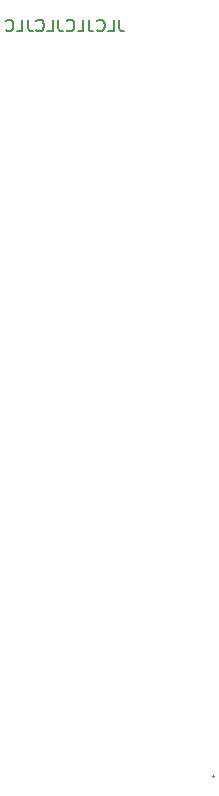
<source format=gbr>
%TF.GenerationSoftware,KiCad,Pcbnew,7.0.8*%
%TF.CreationDate,2024-09-13T08:40:35+02:00*%
%TF.ProjectId,Servotester,53657276-6f74-4657-9374-65722e6b6963,rev?*%
%TF.SameCoordinates,Original*%
%TF.FileFunction,Legend,Bot*%
%TF.FilePolarity,Positive*%
%FSLAX46Y46*%
G04 Gerber Fmt 4.6, Leading zero omitted, Abs format (unit mm)*
G04 Created by KiCad (PCBNEW 7.0.8) date 2024-09-13 08:40:35*
%MOMM*%
%LPD*%
G01*
G04 APERTURE LIST*
%ADD10C,0.150000*%
%ADD11C,0.010000*%
G04 APERTURE END LIST*
D10*
X38777506Y-82169819D02*
X38777506Y-82884104D01*
X38777506Y-82884104D02*
X38825125Y-83026961D01*
X38825125Y-83026961D02*
X38920363Y-83122200D01*
X38920363Y-83122200D02*
X39063220Y-83169819D01*
X39063220Y-83169819D02*
X39158458Y-83169819D01*
X37825125Y-83169819D02*
X38301315Y-83169819D01*
X38301315Y-83169819D02*
X38301315Y-82169819D01*
X36920363Y-83074580D02*
X36967982Y-83122200D01*
X36967982Y-83122200D02*
X37110839Y-83169819D01*
X37110839Y-83169819D02*
X37206077Y-83169819D01*
X37206077Y-83169819D02*
X37348934Y-83122200D01*
X37348934Y-83122200D02*
X37444172Y-83026961D01*
X37444172Y-83026961D02*
X37491791Y-82931723D01*
X37491791Y-82931723D02*
X37539410Y-82741247D01*
X37539410Y-82741247D02*
X37539410Y-82598390D01*
X37539410Y-82598390D02*
X37491791Y-82407914D01*
X37491791Y-82407914D02*
X37444172Y-82312676D01*
X37444172Y-82312676D02*
X37348934Y-82217438D01*
X37348934Y-82217438D02*
X37206077Y-82169819D01*
X37206077Y-82169819D02*
X37110839Y-82169819D01*
X37110839Y-82169819D02*
X36967982Y-82217438D01*
X36967982Y-82217438D02*
X36920363Y-82265057D01*
X36206077Y-82169819D02*
X36206077Y-82884104D01*
X36206077Y-82884104D02*
X36253696Y-83026961D01*
X36253696Y-83026961D02*
X36348934Y-83122200D01*
X36348934Y-83122200D02*
X36491791Y-83169819D01*
X36491791Y-83169819D02*
X36587029Y-83169819D01*
X35253696Y-83169819D02*
X35729886Y-83169819D01*
X35729886Y-83169819D02*
X35729886Y-82169819D01*
X34348934Y-83074580D02*
X34396553Y-83122200D01*
X34396553Y-83122200D02*
X34539410Y-83169819D01*
X34539410Y-83169819D02*
X34634648Y-83169819D01*
X34634648Y-83169819D02*
X34777505Y-83122200D01*
X34777505Y-83122200D02*
X34872743Y-83026961D01*
X34872743Y-83026961D02*
X34920362Y-82931723D01*
X34920362Y-82931723D02*
X34967981Y-82741247D01*
X34967981Y-82741247D02*
X34967981Y-82598390D01*
X34967981Y-82598390D02*
X34920362Y-82407914D01*
X34920362Y-82407914D02*
X34872743Y-82312676D01*
X34872743Y-82312676D02*
X34777505Y-82217438D01*
X34777505Y-82217438D02*
X34634648Y-82169819D01*
X34634648Y-82169819D02*
X34539410Y-82169819D01*
X34539410Y-82169819D02*
X34396553Y-82217438D01*
X34396553Y-82217438D02*
X34348934Y-82265057D01*
X33634648Y-82169819D02*
X33634648Y-82884104D01*
X33634648Y-82884104D02*
X33682267Y-83026961D01*
X33682267Y-83026961D02*
X33777505Y-83122200D01*
X33777505Y-83122200D02*
X33920362Y-83169819D01*
X33920362Y-83169819D02*
X34015600Y-83169819D01*
X32682267Y-83169819D02*
X33158457Y-83169819D01*
X33158457Y-83169819D02*
X33158457Y-82169819D01*
X31777505Y-83074580D02*
X31825124Y-83122200D01*
X31825124Y-83122200D02*
X31967981Y-83169819D01*
X31967981Y-83169819D02*
X32063219Y-83169819D01*
X32063219Y-83169819D02*
X32206076Y-83122200D01*
X32206076Y-83122200D02*
X32301314Y-83026961D01*
X32301314Y-83026961D02*
X32348933Y-82931723D01*
X32348933Y-82931723D02*
X32396552Y-82741247D01*
X32396552Y-82741247D02*
X32396552Y-82598390D01*
X32396552Y-82598390D02*
X32348933Y-82407914D01*
X32348933Y-82407914D02*
X32301314Y-82312676D01*
X32301314Y-82312676D02*
X32206076Y-82217438D01*
X32206076Y-82217438D02*
X32063219Y-82169819D01*
X32063219Y-82169819D02*
X31967981Y-82169819D01*
X31967981Y-82169819D02*
X31825124Y-82217438D01*
X31825124Y-82217438D02*
X31777505Y-82265057D01*
X31063219Y-82169819D02*
X31063219Y-82884104D01*
X31063219Y-82884104D02*
X31110838Y-83026961D01*
X31110838Y-83026961D02*
X31206076Y-83122200D01*
X31206076Y-83122200D02*
X31348933Y-83169819D01*
X31348933Y-83169819D02*
X31444171Y-83169819D01*
X30110838Y-83169819D02*
X30587028Y-83169819D01*
X30587028Y-83169819D02*
X30587028Y-82169819D01*
X29206076Y-83074580D02*
X29253695Y-83122200D01*
X29253695Y-83122200D02*
X29396552Y-83169819D01*
X29396552Y-83169819D02*
X29491790Y-83169819D01*
X29491790Y-83169819D02*
X29634647Y-83122200D01*
X29634647Y-83122200D02*
X29729885Y-83026961D01*
X29729885Y-83026961D02*
X29777504Y-82931723D01*
X29777504Y-82931723D02*
X29825123Y-82741247D01*
X29825123Y-82741247D02*
X29825123Y-82598390D01*
X29825123Y-82598390D02*
X29777504Y-82407914D01*
X29777504Y-82407914D02*
X29729885Y-82312676D01*
X29729885Y-82312676D02*
X29634647Y-82217438D01*
X29634647Y-82217438D02*
X29491790Y-82169819D01*
X29491790Y-82169819D02*
X29396552Y-82169819D01*
X29396552Y-82169819D02*
X29253695Y-82217438D01*
X29253695Y-82217438D02*
X29206076Y-82265057D01*
%TO.C,G\u002A\u002A\u002A*%
D11*
X46772361Y-146233226D02*
X46708542Y-146297045D01*
X46644723Y-146233226D01*
X46708542Y-146169407D01*
X46772361Y-146233226D01*
G36*
X46772361Y-146233226D02*
G01*
X46708542Y-146297045D01*
X46644723Y-146233226D01*
X46708542Y-146169407D01*
X46772361Y-146233226D01*
G37*
%TD*%
M02*

</source>
